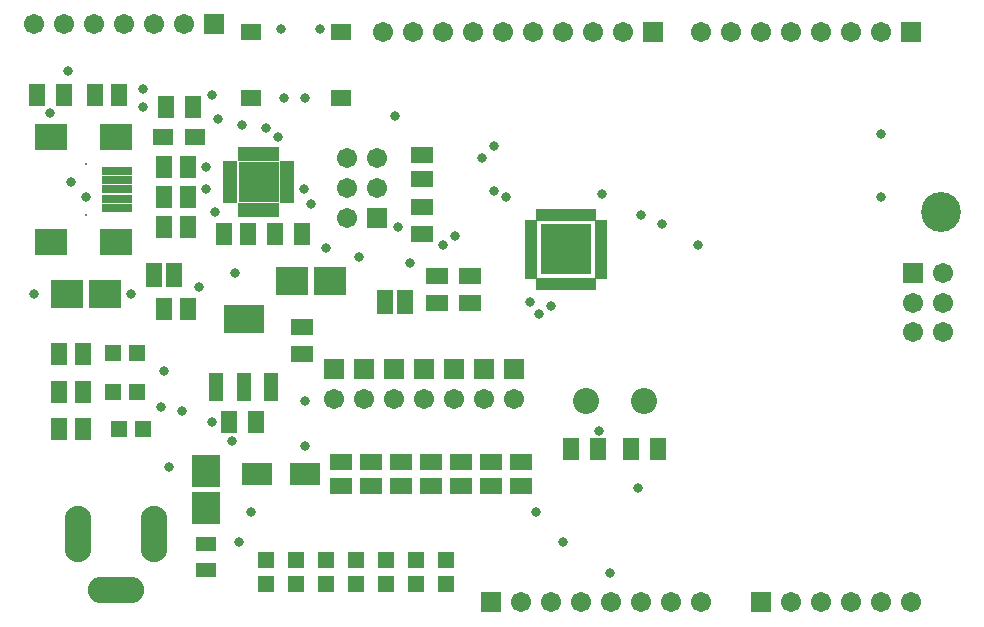
<source format=gts>
G04 Layer_Color=8388736*
%FSLAX25Y25*%
%MOIN*%
G70*
G01*
G75*
%ADD46R,0.04540X0.09265*%
%ADD47R,0.13595X0.09265*%
%ADD48R,0.07300X0.05800*%
%ADD49R,0.05800X0.07300*%
%ADD50R,0.05524X0.05524*%
%ADD51R,0.05524X0.05524*%
%ADD52R,0.06706X0.05524*%
%ADD53R,0.06706X0.05131*%
%ADD54R,0.10249X0.07257*%
%ADD55R,0.10642X0.08674*%
%ADD56R,0.09855X0.02769*%
%ADD57R,0.05721X0.08083*%
%ADD58R,0.10642X0.09265*%
%ADD59R,0.09265X0.10642*%
%ADD60R,0.04540X0.02178*%
%ADD61R,0.02178X0.04540*%
%ADD62R,0.13398X0.13398*%
%ADD63R,0.17139X0.17139*%
%ADD64R,0.04147X0.01902*%
%ADD65R,0.01902X0.04147*%
%ADD66R,0.07099X0.05721*%
%ADD67C,0.06706*%
%ADD68R,0.06706X0.06706*%
%ADD69O,0.08800X0.18800*%
%ADD70O,0.18800X0.08800*%
%ADD71C,0.13300*%
%ADD72C,0.00800*%
%ADD73C,0.08674*%
%ADD74R,0.06706X0.06706*%
%ADD75C,0.03200*%
%ADD76C,0.02769*%
D46*
X68445Y81583D02*
D03*
X77500D02*
D03*
X86555D02*
D03*
D47*
X77500Y104417D02*
D03*
D48*
X97000Y101500D02*
D03*
Y92500D02*
D03*
X140000Y56500D02*
D03*
Y48500D02*
D03*
X150000Y56500D02*
D03*
Y48500D02*
D03*
X160000Y56500D02*
D03*
Y48500D02*
D03*
X170000Y56500D02*
D03*
Y48500D02*
D03*
X137000Y151000D02*
D03*
Y159000D02*
D03*
X110000Y56500D02*
D03*
Y48500D02*
D03*
X120000Y56500D02*
D03*
Y48500D02*
D03*
X130000Y56500D02*
D03*
Y48500D02*
D03*
X137000Y132500D02*
D03*
Y141500D02*
D03*
X142000Y118500D02*
D03*
Y109500D02*
D03*
X153000Y118500D02*
D03*
Y109500D02*
D03*
D49*
X81500Y70000D02*
D03*
X72500D02*
D03*
X59000Y107500D02*
D03*
X51000D02*
D03*
X24000Y67500D02*
D03*
X16000D02*
D03*
X24000Y80000D02*
D03*
X16000D02*
D03*
X24000Y92500D02*
D03*
X16000D02*
D03*
X71000Y132500D02*
D03*
X79000D02*
D03*
X59000Y135000D02*
D03*
X51000D02*
D03*
Y145000D02*
D03*
X59000D02*
D03*
X51000Y155000D02*
D03*
X59000D02*
D03*
X28000Y179000D02*
D03*
X36000D02*
D03*
X8500D02*
D03*
X17500D02*
D03*
X97000Y132500D02*
D03*
X88000D02*
D03*
X60500Y175000D02*
D03*
X51500D02*
D03*
X195500Y61000D02*
D03*
X186500D02*
D03*
X206500D02*
D03*
X215500D02*
D03*
D50*
X135000Y15866D02*
D03*
Y24134D02*
D03*
X105000D02*
D03*
Y15866D02*
D03*
X115000Y24134D02*
D03*
Y15866D02*
D03*
X125001Y24133D02*
D03*
Y15865D02*
D03*
X85000Y24134D02*
D03*
Y15866D02*
D03*
X95000Y24134D02*
D03*
Y15866D02*
D03*
X145001Y15864D02*
D03*
Y24132D02*
D03*
D51*
X33867Y93001D02*
D03*
X42135D02*
D03*
X44134Y67500D02*
D03*
X35866D02*
D03*
X42136Y80001D02*
D03*
X33868D02*
D03*
D52*
X110158Y178000D02*
D03*
X79843D02*
D03*
Y200000D02*
D03*
X110158D02*
D03*
D53*
X65000Y29331D02*
D03*
Y20669D02*
D03*
D54*
X82126Y52500D02*
D03*
X97874D02*
D03*
D55*
X13189Y129980D02*
D03*
Y165020D02*
D03*
X34843Y129980D02*
D03*
Y165020D02*
D03*
D56*
X35236Y141201D02*
D03*
Y144350D02*
D03*
Y147500D02*
D03*
Y150650D02*
D03*
Y153799D02*
D03*
D57*
X47555Y119000D02*
D03*
X54445D02*
D03*
X124555Y110000D02*
D03*
X131445D02*
D03*
D58*
X18701Y112500D02*
D03*
X31299D02*
D03*
X93701Y117000D02*
D03*
X106299D02*
D03*
D59*
X65000Y53799D02*
D03*
Y41201D02*
D03*
D60*
X73051Y155905D02*
D03*
Y153937D02*
D03*
Y151969D02*
D03*
Y150000D02*
D03*
Y148031D02*
D03*
Y146063D02*
D03*
Y144095D02*
D03*
X91949D02*
D03*
Y146063D02*
D03*
Y148031D02*
D03*
Y150000D02*
D03*
Y151969D02*
D03*
Y153937D02*
D03*
Y155905D02*
D03*
D61*
X76595Y140551D02*
D03*
X78563D02*
D03*
X80532D02*
D03*
X82500D02*
D03*
X84469D02*
D03*
X86437D02*
D03*
X88406D02*
D03*
Y159449D02*
D03*
X86437D02*
D03*
X84469D02*
D03*
X82500D02*
D03*
X80532D02*
D03*
X78563D02*
D03*
X76595D02*
D03*
D62*
X82500Y150000D02*
D03*
D63*
X185000Y127500D02*
D03*
D64*
X173386Y118642D02*
D03*
Y120610D02*
D03*
Y122579D02*
D03*
Y124547D02*
D03*
Y126516D02*
D03*
Y128484D02*
D03*
Y130453D02*
D03*
Y132421D02*
D03*
Y134390D02*
D03*
Y136358D02*
D03*
X196614D02*
D03*
Y134390D02*
D03*
Y132421D02*
D03*
Y130453D02*
D03*
Y128484D02*
D03*
Y126516D02*
D03*
Y124547D02*
D03*
Y122579D02*
D03*
Y120610D02*
D03*
Y118642D02*
D03*
D65*
X176142Y139114D02*
D03*
X178110D02*
D03*
X180079D02*
D03*
X182047D02*
D03*
X184016D02*
D03*
X185984D02*
D03*
X187953D02*
D03*
X189921D02*
D03*
X191890D02*
D03*
X193858D02*
D03*
Y115886D02*
D03*
X191890D02*
D03*
X189921D02*
D03*
X187953D02*
D03*
X185984D02*
D03*
X184016D02*
D03*
X182047D02*
D03*
X180079D02*
D03*
X178110D02*
D03*
X176142D02*
D03*
D66*
X61413Y165000D02*
D03*
X50587D02*
D03*
D67*
X220000Y10000D02*
D03*
X210000D02*
D03*
X190000D02*
D03*
X180000D02*
D03*
X170000D02*
D03*
X200000D02*
D03*
X230000D02*
D03*
X112000Y148000D02*
D03*
X122000D02*
D03*
X112000Y138000D02*
D03*
X121999Y157901D02*
D03*
X111999D02*
D03*
X124000Y200000D02*
D03*
X134000D02*
D03*
X144000D02*
D03*
X174000D02*
D03*
X204000D02*
D03*
X194000D02*
D03*
X184000D02*
D03*
X164000D02*
D03*
X154000D02*
D03*
X240000D02*
D03*
X250000D02*
D03*
X270000D02*
D03*
X280000D02*
D03*
X290000D02*
D03*
X260000D02*
D03*
X230000D02*
D03*
X290000Y10000D02*
D03*
X260000D02*
D03*
X270000D02*
D03*
X280000D02*
D03*
X300000D02*
D03*
X310551Y109803D02*
D03*
X300551D02*
D03*
X310551Y119803D02*
D03*
X300552Y99902D02*
D03*
X310552D02*
D03*
X27500Y202500D02*
D03*
X57500D02*
D03*
X47500D02*
D03*
X37500D02*
D03*
X17500D02*
D03*
X7500D02*
D03*
X107500Y77500D02*
D03*
X117500D02*
D03*
X127500D02*
D03*
X137500D02*
D03*
X147500D02*
D03*
X157500D02*
D03*
X167500D02*
D03*
D68*
X160000Y10000D02*
D03*
X122000Y138000D02*
D03*
X214000Y200000D02*
D03*
X300000D02*
D03*
X250000Y10000D02*
D03*
X300551Y119803D02*
D03*
X67500Y202500D02*
D03*
D69*
X47500Y32500D02*
D03*
X22303D02*
D03*
D70*
X34902Y13996D02*
D03*
D71*
X310000Y140000D02*
D03*
D72*
X25000Y156161D02*
D03*
Y138839D02*
D03*
D73*
X191787Y77000D02*
D03*
X211000D02*
D03*
D74*
X107500Y87500D02*
D03*
X117500D02*
D03*
X127500D02*
D03*
X137500D02*
D03*
X147500D02*
D03*
X157500D02*
D03*
X167500D02*
D03*
D75*
X199500Y19500D02*
D03*
X51000Y87000D02*
D03*
X50000Y75000D02*
D03*
X57000Y73500D02*
D03*
X105000Y128000D02*
D03*
X161000Y162000D02*
D03*
X157000Y158000D02*
D03*
X91000Y178000D02*
D03*
X98000D02*
D03*
X161000Y147000D02*
D03*
X129000Y135000D02*
D03*
X165000Y145000D02*
D03*
X103000Y201000D02*
D03*
X90000D02*
D03*
X175000Y40000D02*
D03*
X80000D02*
D03*
X67000Y70000D02*
D03*
X98000Y62000D02*
D03*
X74500Y119500D02*
D03*
X60000Y145000D02*
D03*
X62500Y115000D02*
D03*
X73760Y63760D02*
D03*
X100000Y142500D02*
D03*
X97500Y147500D02*
D03*
X52500Y55000D02*
D03*
X7500Y112500D02*
D03*
X25000Y145000D02*
D03*
X40000Y112500D02*
D03*
X20000Y150000D02*
D03*
X229000Y129000D02*
D03*
X217000Y136000D02*
D03*
X210000Y139000D02*
D03*
X197000Y146000D02*
D03*
X173000Y110000D02*
D03*
X65000Y147500D02*
D03*
Y155000D02*
D03*
X44000Y175000D02*
D03*
X68000Y140000D02*
D03*
X85000Y168000D02*
D03*
X89000Y165000D02*
D03*
X19000Y187000D02*
D03*
X76000Y30000D02*
D03*
X184000D02*
D03*
X148000Y132000D02*
D03*
X176000Y106000D02*
D03*
X180000Y108500D02*
D03*
X290000Y166000D02*
D03*
X116000Y125000D02*
D03*
X128000Y172000D02*
D03*
X44000Y181000D02*
D03*
X77000Y169000D02*
D03*
X69000Y171000D02*
D03*
X67000Y179000D02*
D03*
X144000Y129000D02*
D03*
X133000Y123000D02*
D03*
X209000Y48000D02*
D03*
X196000Y67000D02*
D03*
X13000Y173000D02*
D03*
X98000Y77000D02*
D03*
X290000Y145000D02*
D03*
D76*
X78169Y154331D02*
D03*
Y150000D02*
D03*
Y145669D02*
D03*
X86831Y154331D02*
D03*
Y150000D02*
D03*
Y145669D02*
D03*
X82500Y154331D02*
D03*
Y150000D02*
D03*
Y145669D02*
D03*
X191496Y133996D02*
D03*
Y129665D02*
D03*
Y125335D02*
D03*
Y121004D02*
D03*
X187165Y133996D02*
D03*
Y129665D02*
D03*
Y125335D02*
D03*
Y121004D02*
D03*
X182835Y133996D02*
D03*
Y129665D02*
D03*
Y125335D02*
D03*
Y121004D02*
D03*
X178504Y133996D02*
D03*
Y129665D02*
D03*
Y125335D02*
D03*
Y121004D02*
D03*
M02*

</source>
